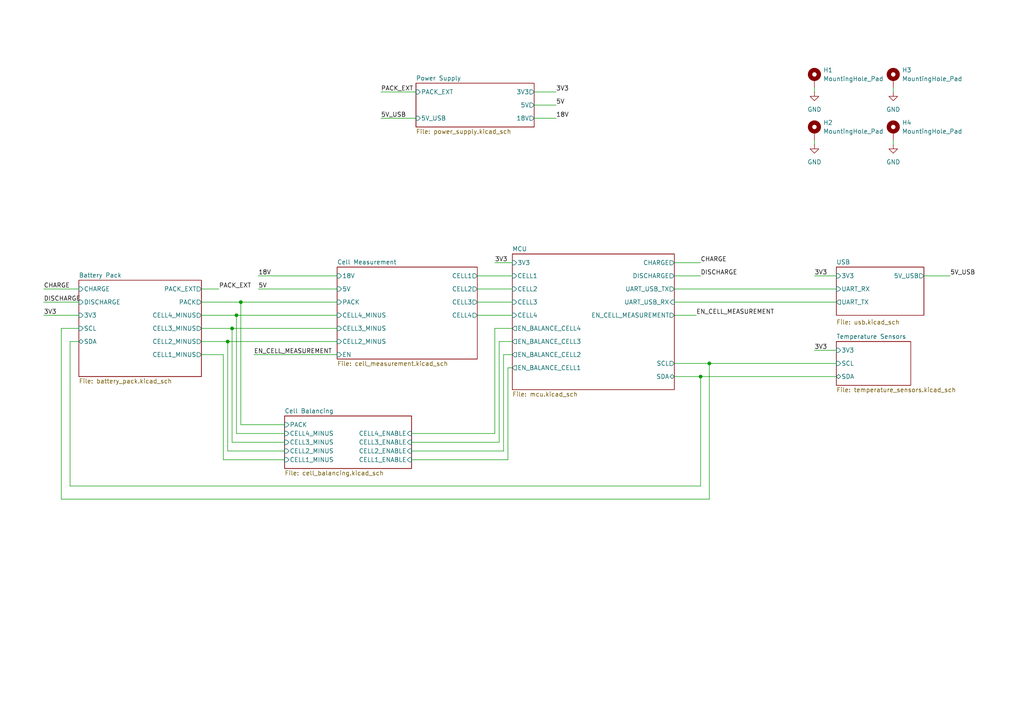
<source format=kicad_sch>
(kicad_sch (version 20231120) (generator "eeschema") (generator_version "8.0")
  (paper "A4")
  (lib_symbols
    (symbol "benediktibk:MountingHole_Pad_M6" (pin_numbers hide) (pin_names (offset 1.016) hide)
      (property "Reference" "H" (at 0 6.35 0))
      (property "Value" "MountingHole_Pad_M6" (at 0 4.445 0))
      (symbol "MountingHole_Pad_M6_0_1"
        (circle (center 0 1.27) (radius 1.27) (stroke (width 1.27)))
      )
      (symbol "MountingHole_Pad_M6_1_1"
        (pin input line (at 0 -2.54 90) (length 2.54) (name "1") (number "1"))
      )
    )
    (symbol "power:GND" (power) (pin_numbers hide) (pin_names (offset 0) hide)
      (property "Value" "GND" (at 0 -3.81 0))
      (symbol "GND_0_1"
        (polyline (pts (xy 0 0) (xy 0 -1.27) (xy 1.27 -1.27) (xy 0 -2.54) (xy -1.27 -1.27) (xy 0 -1.27)))
      )
      (symbol "GND_1_1"
        (pin power_in line (at 0 0 270) (length 0) (name "~") (number "1"))
      )
    )
  )
  (junction (at 66.04 99.06))
  (junction (at 69.85 87.63))
  (junction (at 67.31 95.25))
  (junction (at 68.58 91.44))
  (junction (at 203.2 109.22))
  (junction (at 205.74 105.41))
  (wire (pts (xy 12.7 91.44) (xy 22.86 91.44)))
  (wire (pts (xy 66.04 99.06) (xy 97.79 99.06)))
  (wire (pts (xy 17.78 144.78) (xy 205.74 144.78)))
  (wire (pts (xy 58.42 87.63) (xy 69.85 87.63)))
  (wire (pts (xy 259.08 40.64) (xy 259.08 41.91)))
  (wire (pts (xy 236.22 80.01) (xy 242.57 80.01)))
  (wire (pts (xy 22.86 99.06) (xy 20.32 99.06)))
  (wire (pts (xy 146.05 102.87) (xy 146.05 130.81)))
  (wire (pts (xy 146.05 130.81) (xy 119.38 130.81)))
  (wire (pts (xy 110.49 34.29) (xy 120.65 34.29)))
  (wire (pts (xy 20.32 140.97) (xy 203.2 140.97)))
  (wire (pts (xy 205.74 144.78) (xy 205.74 105.41)))
  (wire (pts (xy 97.79 102.87) (xy 73.66 102.87)))
  (wire (pts (xy 82.55 125.73) (xy 68.58 125.73)))
  (wire (pts (xy 147.32 106.68) (xy 147.32 133.35)))
  (wire (pts (xy 143.51 125.73) (xy 119.38 125.73)))
  (wire (pts (xy 58.42 95.25) (xy 67.31 95.25)))
  (wire (pts (xy 154.94 34.29) (xy 161.29 34.29)))
  (wire (pts (xy 144.78 128.27) (xy 119.38 128.27)))
  (wire (pts (xy 148.59 106.68) (xy 147.32 106.68)))
  (wire (pts (xy 74.93 80.01) (xy 97.79 80.01)))
  (wire (pts (xy 195.58 109.22) (xy 203.2 109.22)))
  (wire (pts (xy 68.58 125.73) (xy 68.58 91.44)))
  (wire (pts (xy 148.59 95.25) (xy 143.51 95.25)))
  (wire (pts (xy 195.58 105.41) (xy 205.74 105.41)))
  (wire (pts (xy 154.94 30.48) (xy 161.29 30.48)))
  (wire (pts (xy 22.86 95.25) (xy 17.78 95.25)))
  (wire (pts (xy 236.22 101.6) (xy 242.57 101.6)))
  (wire (pts (xy 64.77 133.35) (xy 64.77 102.87)))
  (wire (pts (xy 67.31 128.27) (xy 67.31 95.25)))
  (wire (pts (xy 12.7 87.63) (xy 22.86 87.63)))
  (wire (pts (xy 64.77 102.87) (xy 58.42 102.87)))
  (wire (pts (xy 69.85 123.19) (xy 69.85 87.63)))
  (wire (pts (xy 154.94 26.67) (xy 161.29 26.67)))
  (wire (pts (xy 259.08 25.4) (xy 259.08 26.67)))
  (wire (pts (xy 143.51 95.25) (xy 143.51 125.73)))
  (wire (pts (xy 12.7 83.82) (xy 22.86 83.82)))
  (wire (pts (xy 203.2 109.22) (xy 242.57 109.22)))
  (wire (pts (xy 58.42 83.82) (xy 63.5 83.82)))
  (wire (pts (xy 110.49 26.67) (xy 120.65 26.67)))
  (wire (pts (xy 138.43 91.44) (xy 148.59 91.44)))
  (wire (pts (xy 144.78 99.06) (xy 144.78 128.27)))
  (wire (pts (xy 195.58 76.2) (xy 203.2 76.2)))
  (wire (pts (xy 205.74 105.41) (xy 242.57 105.41)))
  (wire (pts (xy 236.22 40.64) (xy 236.22 41.91)))
  (wire (pts (xy 203.2 140.97) (xy 203.2 109.22)))
  (wire (pts (xy 195.58 91.44) (xy 201.93 91.44)))
  (wire (pts (xy 67.31 95.25) (xy 97.79 95.25)))
  (wire (pts (xy 82.55 133.35) (xy 64.77 133.35)))
  (wire (pts (xy 82.55 128.27) (xy 67.31 128.27)))
  (wire (pts (xy 58.42 91.44) (xy 68.58 91.44)))
  (wire (pts (xy 236.22 25.4) (xy 236.22 26.67)))
  (wire (pts (xy 195.58 83.82) (xy 242.57 83.82)))
  (wire (pts (xy 195.58 80.01) (xy 203.2 80.01)))
  (wire (pts (xy 82.55 130.81) (xy 66.04 130.81)))
  (wire (pts (xy 68.58 91.44) (xy 97.79 91.44)))
  (wire (pts (xy 82.55 123.19) (xy 69.85 123.19)))
  (wire (pts (xy 20.32 99.06) (xy 20.32 140.97)))
  (wire (pts (xy 138.43 80.01) (xy 148.59 80.01)))
  (wire (pts (xy 148.59 99.06) (xy 144.78 99.06)))
  (wire (pts (xy 148.59 102.87) (xy 146.05 102.87)))
  (wire (pts (xy 74.93 83.82) (xy 97.79 83.82)))
  (wire (pts (xy 17.78 95.25) (xy 17.78 144.78)))
  (wire (pts (xy 147.32 133.35) (xy 119.38 133.35)))
  (wire (pts (xy 143.51 76.2) (xy 148.59 76.2)))
  (wire (pts (xy 267.97 80.01) (xy 275.59 80.01)))
  (wire (pts (xy 58.42 99.06) (xy 66.04 99.06)))
  (wire (pts (xy 66.04 130.81) (xy 66.04 99.06)))
  (wire (pts (xy 69.85 87.63) (xy 97.79 87.63)))
  (wire (pts (xy 138.43 87.63) (xy 148.59 87.63)))
  (wire (pts (xy 138.43 83.82) (xy 148.59 83.82)))
  (wire (pts (xy 195.58 87.63) (xy 242.57 87.63)))
  (label "18V" (at 161.29 34.29 0))
  (label "5V" (at 74.93 83.82 0))
  (label "DISCHARGE" (at 203.2 80.01 0))
  (label "EN_CELL_MEASUREMENT" (at 73.66 102.87 0))
  (label "5V_USB" (at 110.49 34.29 0))
  (label "DISCHARGE" (at 12.7 87.63 0))
  (label "CHARGE" (at 12.7 83.82 0))
  (label "3V3" (at 236.22 80.01 0))
  (label "3V3" (at 143.51 76.2 0))
  (label "5V_USB" (at 275.59 80.01 0))
  (label "CHARGE" (at 203.2 76.2 0))
  (label "PACK_EXT" (at 63.5 83.82 0))
  (label "PACK_EXT" (at 110.49 26.67 0))
  (label "3V3" (at 12.7 91.44 0))
  (label "EN_CELL_MEASUREMENT" (at 201.93 91.44 0))
  (label "5V" (at 161.29 30.48 0))
  (label "3V3" (at 161.29 26.67 0))
  (label "3V3" (at 236.22 101.6 0))
  (label "18V" (at 74.93 80.01 0))
  (symbol (lib_id "benediktibk:MountingHole_Pad_M6") (at 259.08 22.86 0) (unit 1)
    (property "Reference" "H3" (at 261.62 20.32 0) (effects (justify left)))
    (property "Value" "MountingHole_Pad" (at 261.62 22.86 0) (effects (justify left)))
    (property "Footprint" "benediktibk:MountingHole_6.4mm_M6_Pad_TopBottom" (effects (hide yes)))
    (property "Description" "Mounting Hole with connection" (effects (hide yes)))
  )
  (symbol (lib_id "benediktibk:MountingHole_Pad_M6") (at 259.08 38.1 0) (unit 1)
    (property "Reference" "H4" (at 261.62 35.56 0) (effects (justify left)))
    (property "Value" "MountingHole_Pad" (at 261.62 38.1 0) (effects (justify left)))
    (property "Footprint" "benediktibk:MountingHole_6.4mm_M6_Pad_TopBottom" (effects (hide yes)))
    (property "Description" "Mounting Hole with connection" (effects (hide yes)))
  )
  (symbol (lib_id "benediktibk:MountingHole_Pad_M6") (at 236.22 22.86 0) (unit 1)
    (property "Reference" "H1" (at 238.76 20.32 0) (effects (justify left)))
    (property "Value" "MountingHole_Pad" (at 238.76 22.86 0) (effects (justify left)))
    (property "Footprint" "benediktibk:MountingHole_6.4mm_M6_Pad_TopBottom" (effects (hide yes)))
    (property "Description" "Mounting Hole with connection" (effects (hide yes)))
  )
  (symbol (lib_id "power:GND") (at 236.22 41.91 0) (unit 1)
    (property "Reference" "#PWR02" (effects (hide yes)))
    (property "Value" "GND" (at 236.22 46.99 0))
    (property "Description" "Power symbol creates a global label with name \"GND\" , ground" (effects (hide yes)))
  )
  (symbol (lib_id "benediktibk:MountingHole_Pad_M6") (at 236.22 38.1 0) (unit 1)
    (property "Reference" "H2" (at 238.76 35.56 0) (effects (justify left)))
    (property "Value" "MountingHole_Pad" (at 238.76 38.1 0) (effects (justify left)))
    (property "Footprint" "benediktibk:MountingHole_6.4mm_M6_Pad_TopBottom" (effects (hide yes)))
    (property "Description" "Mounting Hole with connection" (effects (hide yes)))
  )
  (symbol (lib_id "power:GND") (at 236.22 26.67 0) (unit 1)
    (property "Reference" "#PWR01" (effects (hide yes)))
    (property "Value" "GND" (at 236.22 31.75 0))
    (property "Description" "Power symbol creates a global label with name \"GND\" , ground" (effects (hide yes)))
  )
  (symbol (lib_id "power:GND") (at 259.08 41.91 0) (unit 1)
    (property "Reference" "#PWR04" (effects (hide yes)))
    (property "Value" "GND" (at 259.08 46.99 0))
    (property "Description" "Power symbol creates a global label with name \"GND\" , ground" (effects (hide yes)))
  )
  (symbol (lib_id "power:GND") (at 259.08 26.67 0) (unit 1)
    (property "Reference" "#PWR03" (effects (hide yes)))
    (property "Value" "GND" (at 259.08 31.75 0))
    (property "Description" "Power symbol creates a global label with name \"GND\" , ground" (effects (hide yes)))
  )
  (sheet (at 82.55 120.65) (size 36.83 15.24) (stroke (width 0.1524))
    (property "Sheetname" "Cell Balancing" (at 82.55 119.9384 0) (effects (justify left bottom)))
    (property "Sheetfile" "cell_balancing.kicad_sch" (at 82.55 136.4746 0) (effects (justify left top)))
    (pin "CELL3_MINUS" input (at 82.55 128.27 180))
    (pin "CELL4_MINUS" input (at 82.55 125.73 180))
    (pin "PACK" input (at 82.55 123.19 180))
    (pin "CELL2_MINUS" input (at 82.55 130.81 180))
    (pin "CELL1_MINUS" input (at 82.55 133.35 180))
    (pin "CELL4_ENABLE" input (at 119.38 125.73 0))
    (pin "CELL3_ENABLE" input (at 119.38 128.27 0))
    (pin "CELL1_ENABLE" input (at 119.38 133.35 0))
    (pin "CELL2_ENABLE" input (at 119.38 130.81 0))
  )
  (sheet (at 22.86 81.28) (size 35.56 27.94) (stroke (width 0.1524))
    (property "Sheetname" "Battery Pack" (at 22.86 80.5684 0) (effects (justify left bottom)))
    (property "Sheetfile" "battery_pack.kicad_sch" (at 22.86 109.8046 0) (effects (justify left top)))
    (pin "CHARGE" input (at 22.86 83.82 180))
    (pin "PACK_EXT" output (at 58.42 83.82 0))
    (pin "DISCHARGE" input (at 22.86 87.63 180))
    (pin "CELL3_MINUS" output (at 58.42 95.25 0))
    (pin "CELL2_MINUS" output (at 58.42 99.06 0))
    (pin "PACK" output (at 58.42 87.63 0))
    (pin "CELL4_MINUS" output (at 58.42 91.44 0))
    (pin "3V3" input (at 22.86 91.44 180))
    (pin "SDA" bidirectional (at 22.86 99.06 180))
    (pin "SCL" input (at 22.86 95.25 180))
    (pin "CELL1_MINUS" output (at 58.42 102.87 0))
  )
  (sheet (at 242.57 99.06) (size 21.59 12.7) (stroke (width 0.1524))
    (property "Sheetname" "Temperature Sensors" (at 242.57 98.3484 0) (effects (justify left bottom)))
    (property "Sheetfile" "temperature_sensors.kicad_sch" (at 242.57 112.3446 0) (effects (justify left top)))
    (pin "SCL" input (at 242.57 105.41 180))
    (pin "3V3" input (at 242.57 101.6 180))
    (pin "SDA" bidirectional (at 242.57 109.22 180))
  )
  (sheet (at 97.79 77.47) (size 40.64 26.67) (stroke (width 0.1524))
    (property "Sheetname" "Cell Measurement" (at 97.79 76.7584 0) (effects (justify left bottom)))
    (property "Sheetfile" "cell_measurement.kicad_sch" (at 97.79 104.7246 0) (effects (justify left top)))
    (pin "CELL2_MINUS" input (at 97.79 99.06 180))
    (pin "CELL3_MINUS" input (at 97.79 95.25 180))
    (pin "CELL4_MINUS" input (at 97.79 91.44 180))
    (pin "PACK" input (at 97.79 87.63 180))
    (pin "CELL1" output (at 138.43 80.01 0))
    (pin "CELL2" output (at 138.43 83.82 0))
    (pin "CELL3" output (at 138.43 87.63 0))
    (pin "CELL4" output (at 138.43 91.44 0))
    (pin "5V" input (at 97.79 83.82 180))
    (pin "18V" input (at 97.79 80.01 180))
    (pin "EN" input (at 97.79 102.87 180))
  )
  (sheet (at 148.59 73.66) (size 46.99 39.37) (stroke (width 0.1524))
    (property "Sheetname" "MCU" (at 148.59 72.9484 0) (effects (justify left bottom)))
    (property "Sheetfile" "mcu.kicad_sch" (at 148.59 113.6146 0) (effects (justify left top)))
    (pin "3V3" input (at 148.59 76.2 180))
    (pin "CELL1" input (at 148.59 80.01 180))
    (pin "CELL2" input (at 148.59 83.82 180))
    (pin "CELL3" input (at 148.59 87.63 180))
    (pin "CELL4" input (at 148.59 91.44 180))
    (pin "CHARGE" output (at 195.58 76.2 0))
    (pin "DISCHARGE" output (at 195.58 80.01 0))
    (pin "UART_USB_TX" output (at 195.58 83.82 0))
    (pin "UART_USB_RX" input (at 195.58 87.63 0))
    (pin "SDA" bidirectional (at 195.58 109.22 0))
    (pin "SCL" output (at 195.58 105.41 0))
    (pin "EN_CELL_MEASUREMENT" output (at 195.58 91.44 0))
    (pin "EN_BALANCE_CELL1" output (at 148.59 106.68 180))
    (pin "EN_BALANCE_CELL3" output (at 148.59 99.06 180))
    (pin "EN_BALANCE_CELL2" output (at 148.59 102.87 180))
    (pin "EN_BALANCE_CELL4" output (at 148.59 95.25 180))
  )
  (sheet (at 242.57 77.47) (size 25.4 13.97) (stroke (width 0.1524))
    (property "Sheetname" "USB" (at 242.57 76.7584 0) (effects (justify left bottom)))
    (property "Sheetfile" "usb.kicad_sch" (at 242.57 92.71 0) (effects (justify left top)))
    (pin "5V_USB" output (at 267.97 80.01 0))
    (pin "3V3" input (at 242.57 80.01 180))
    (pin "UART_TX" output (at 242.57 87.63 180))
    (pin "UART_RX" input (at 242.57 83.82 180))
  )
  (sheet (at 120.65 24.13) (size 34.29 12.7) (stroke (width 0.1524))
    (property "Sheetname" "Power Supply" (at 120.65 23.4184 0) (effects (justify left bottom)))
    (property "Sheetfile" "power_supply.kicad_sch" (at 120.65 37.4146 0) (effects (justify left top)))
    (pin "PACK_EXT" input (at 120.65 26.67 180))
    (pin "3V3" output (at 154.94 26.67 0))
    (pin "5V" output (at 154.94 30.48 0))
    (pin "5V_USB" input (at 120.65 34.29 180))
    (pin "18V" output (at 154.94 34.29 0))
  )
)
</source>
